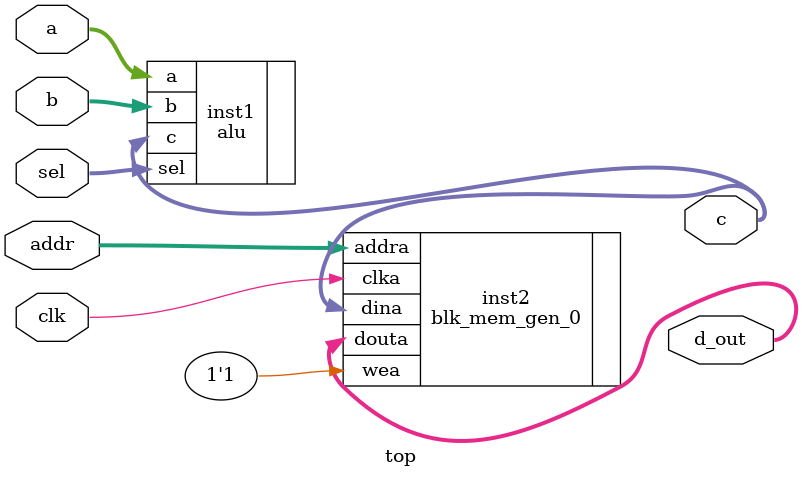
<source format=v>
`timescale 1ns / 1ps

module top(
    input clk,
    input [7:0]a,b,
    input [2:0] sel,
    input [3:0]addr,
    output [8:0]c,
    output [8:0]d_out
    );
    
alu inst1 (.a(a),.b(b),.c(c),.sel(sel));

blk_mem_gen_0 inst2 (
  .clka(clk),    // input wire clka
  .wea(1'b1),      // input wire [0 : 0] wea
  .addra(addr),  // input wire [3 : 0] addra
  .dina(c),    // input wire [8 : 0] dina
  .douta(d_out)  // output wire [8 : 0] douta
);
endmodule

</source>
